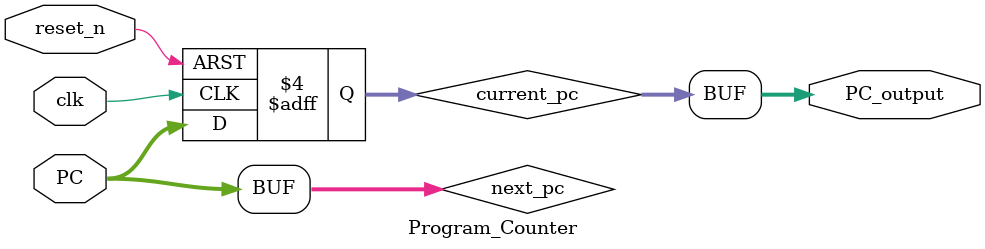
<source format=v>
module Program_Counter
(
input [31:0]PC,
input clk,
input reset_n,
output [31:0]PC_output
);

reg [31:0]next_pc,current_pc;

always@(posedge clk,negedge reset_n)
begin
if (!reset_n)
current_pc<=32'b0;
else
current_pc<=next_pc;
end 

always@(PC)
begin
next_pc=PC;
end

assign PC_output =current_pc;



endmodule

</source>
